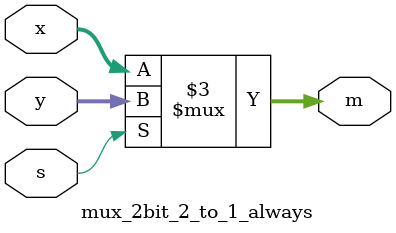
<source format=v>
`timescale 1ns / 1ps


module mux_2bit_2_to_1_always(
    input [1:0] x,
    input [1:0] y,
    input s,
    output [1:0] m
    );
	reg [1:0] m;
	always @(*) begin
		m= s==0 ? x:y;
	end
endmodule

</source>
